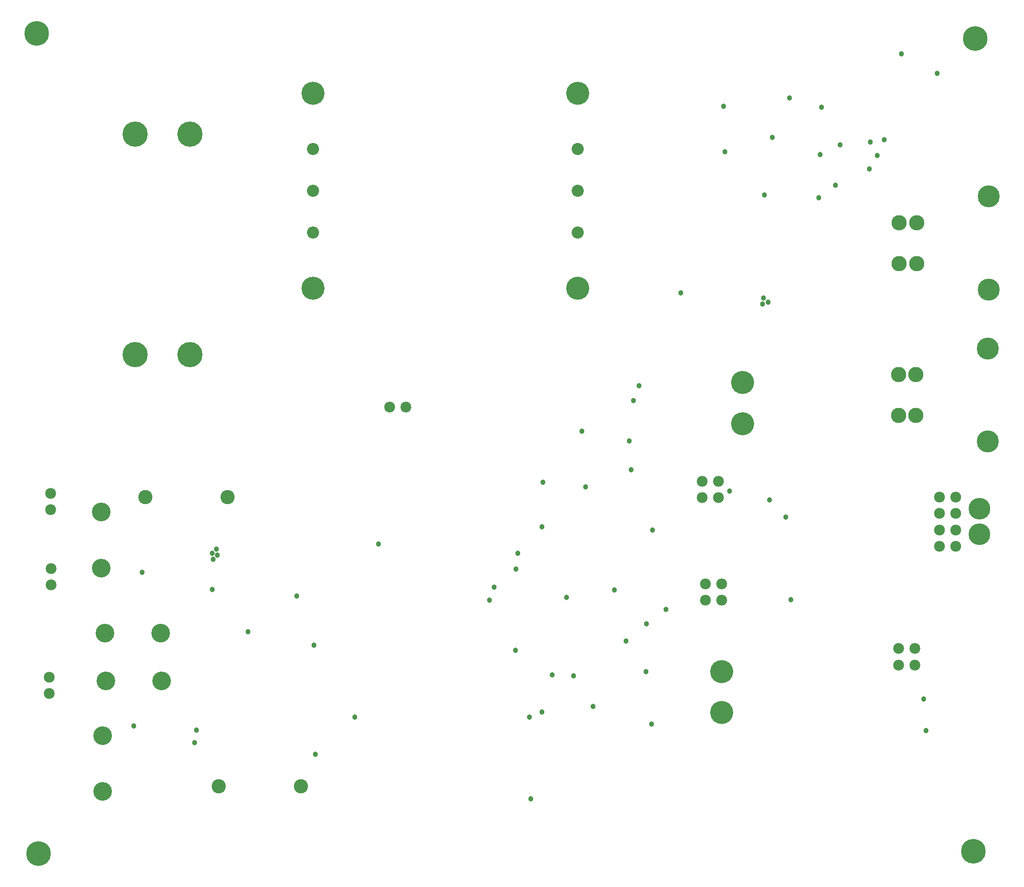
<source format=gbs>
G04*
G04 #@! TF.GenerationSoftware,Altium Limited,Altium Designer,21.7.2 (23)*
G04*
G04 Layer_Color=16711935*
%FSLAX25Y25*%
%MOIN*%
G70*
G04*
G04 #@! TF.SameCoordinates,E30EF456-83D5-485C-94B1-8EC378115786*
G04*
G04*
G04 #@! TF.FilePolarity,Negative*
G04*
G01*
G75*
%ADD44C,0.03800*%
%ADD67C,0.07800*%
%ADD68C,0.10958*%
%ADD69C,0.15800*%
%ADD70C,0.16548*%
%ADD71C,0.08674*%
%ADD72C,0.13398*%
%ADD73C,0.10249*%
%ADD74C,0.18123*%
%ADD75C,0.15600*%
%ADD76C,0.17729*%
D44*
X617717Y-122835D02*
D03*
X623228Y-113386D02*
D03*
X666535Y-54331D02*
D03*
X618504Y-103543D02*
D03*
X628346Y-101969D02*
D03*
X512992Y-77953D02*
D03*
X461885Y-382366D02*
D03*
X445413Y-318110D02*
D03*
X446850Y-338976D02*
D03*
X448425Y-289370D02*
D03*
X95669Y-412598D02*
D03*
X540945Y-220079D02*
D03*
X541823Y-215445D02*
D03*
X149213Y-396063D02*
D03*
X149606Y-400394D02*
D03*
X146063Y-398819D02*
D03*
X146850Y-403150D02*
D03*
X640551Y-40157D02*
D03*
X344882Y-432677D02*
D03*
X348425Y-423228D02*
D03*
X363779Y-468504D02*
D03*
X548032Y-100394D02*
D03*
X560236Y-72047D02*
D03*
X482283Y-211811D02*
D03*
X582283Y-112598D02*
D03*
X596850Y-105512D02*
D03*
X581496Y-143701D02*
D03*
X593307Y-134646D02*
D03*
X514173Y-110630D02*
D03*
X583465Y-78740D02*
D03*
X542520Y-141732D02*
D03*
X171653Y-455118D02*
D03*
X265354Y-392126D02*
D03*
X133465Y-535039D02*
D03*
X220079Y-543307D02*
D03*
X89764Y-522835D02*
D03*
X146063Y-424803D02*
D03*
X134646Y-525984D02*
D03*
X248425Y-516535D02*
D03*
X206693Y-429528D02*
D03*
X365354Y-398819D02*
D03*
X434646Y-425197D02*
D03*
X471654Y-439370D02*
D03*
X658268Y-526378D02*
D03*
X544882Y-218504D02*
D03*
X452362Y-278740D02*
D03*
X442913Y-461811D02*
D03*
X374803Y-575197D02*
D03*
X382677Y-512992D02*
D03*
X419291Y-509055D02*
D03*
X390158Y-486221D02*
D03*
X218898Y-464961D02*
D03*
X656693Y-503543D02*
D03*
X457874Y-449606D02*
D03*
X561417Y-432283D02*
D03*
X546063Y-360630D02*
D03*
X557874Y-372835D02*
D03*
X517323Y-354331D02*
D03*
X411417Y-311417D02*
D03*
X414173Y-351181D02*
D03*
X383465Y-348031D02*
D03*
X382677Y-379921D02*
D03*
X364173Y-410236D02*
D03*
X400394Y-430709D02*
D03*
X461417Y-521654D02*
D03*
X457480Y-483858D02*
D03*
X405512Y-487008D02*
D03*
X373622Y-516535D02*
D03*
D67*
X29134Y-499606D02*
D03*
Y-487795D02*
D03*
X497649Y-359055D02*
D03*
Y-347255D02*
D03*
X509449Y-359055D02*
D03*
Y-347255D02*
D03*
X511800Y-420877D02*
D03*
Y-432677D02*
D03*
X500000Y-420877D02*
D03*
Y-432677D02*
D03*
X285039Y-294094D02*
D03*
X273228D02*
D03*
X638594Y-467323D02*
D03*
X650394D02*
D03*
X638594Y-479123D02*
D03*
X650394D02*
D03*
X29921Y-355906D02*
D03*
Y-367717D02*
D03*
X30315Y-421654D02*
D03*
Y-409842D02*
D03*
X668050Y-370333D02*
D03*
Y-358533D02*
D03*
X679850D02*
D03*
Y-370333D02*
D03*
Y-393933D02*
D03*
Y-382133D02*
D03*
X668050D02*
D03*
Y-393933D02*
D03*
D68*
X651575Y-161445D02*
D03*
X639055Y-190945D02*
D03*
Y-161445D02*
D03*
X651575Y-190945D02*
D03*
X651181Y-300000D02*
D03*
X638661Y-270500D02*
D03*
Y-300000D02*
D03*
X651181Y-270500D02*
D03*
D69*
X703268Y-142744D02*
D03*
Y-209646D02*
D03*
X702874Y-318701D02*
D03*
Y-251799D02*
D03*
D70*
X218307Y-68583D02*
D03*
Y-208583D02*
D03*
X408465Y-68583D02*
D03*
Y-208583D02*
D03*
X511811Y-513386D02*
D03*
Y-483858D02*
D03*
X526772Y-276378D02*
D03*
Y-305906D02*
D03*
D71*
X218307Y-108583D02*
D03*
Y-138583D02*
D03*
Y-168583D02*
D03*
X408465Y-108583D02*
D03*
Y-138583D02*
D03*
Y-168583D02*
D03*
D72*
X109843Y-490551D02*
D03*
X69685D02*
D03*
X66535Y-409449D02*
D03*
Y-369291D02*
D03*
X67323Y-529921D02*
D03*
Y-570079D02*
D03*
X109055Y-456299D02*
D03*
X68898D02*
D03*
D73*
X157087Y-358661D02*
D03*
X98032D02*
D03*
X150787Y-566142D02*
D03*
X209842D02*
D03*
D74*
X90551Y-98032D02*
D03*
X129921D02*
D03*
X90551Y-256299D02*
D03*
X129921D02*
D03*
D75*
X696850Y-366933D02*
D03*
Y-385433D02*
D03*
D76*
X21260Y-614567D02*
D03*
X692520Y-612992D02*
D03*
X20079Y-25591D02*
D03*
X693701Y-29134D02*
D03*
M02*

</source>
